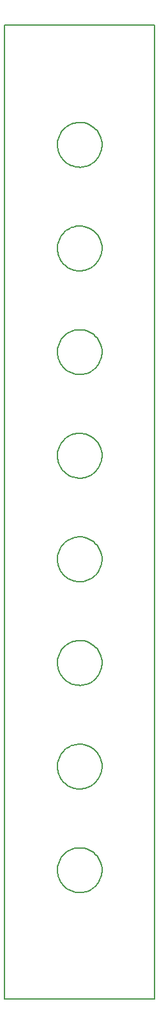
<source format=gbr>
%TF.GenerationSoftware,KiCad,Pcbnew,(5.1.6-0)*%
%TF.CreationDate,2020-10-27T20:15:33-07:00*%
%TF.ProjectId,panel_board,70616e65-6c5f-4626-9f61-72642e6b6963,rev?*%
%TF.SameCoordinates,Original*%
%TF.FileFunction,Profile,NP*%
%FSLAX46Y46*%
G04 Gerber Fmt 4.6, Leading zero omitted, Abs format (unit mm)*
G04 Created by KiCad (PCBNEW (5.1.6-0)) date 2020-10-27 20:15:33*
%MOMM*%
%LPD*%
G01*
G04 APERTURE LIST*
%TA.AperFunction,Profile*%
%ADD10C,0.200000*%
%TD*%
G04 APERTURE END LIST*
D10*
X119470698Y-32971994D02*
X119470698Y-161395284D01*
X99547402Y-32971994D02*
X119470698Y-32971994D01*
X112464363Y-48769648D02*
X112449105Y-48467484D01*
X112449105Y-48467484D02*
X112404321Y-48174049D01*
X112404321Y-48174049D02*
X112331498Y-47890828D01*
X112331498Y-47890828D02*
X112232119Y-47619307D01*
X112232119Y-47619307D02*
X112107672Y-47360971D01*
X112107672Y-47360971D02*
X111959642Y-47117305D01*
X111959642Y-47117305D02*
X111789513Y-46889795D01*
X111789513Y-46889795D02*
X111598772Y-46679927D01*
X111598772Y-46679927D02*
X111388903Y-46489186D01*
X111388903Y-46489186D02*
X111161394Y-46319057D01*
X111161394Y-46319057D02*
X110917728Y-46171027D01*
X110917728Y-46171027D02*
X110659391Y-46046580D01*
X110659391Y-46046580D02*
X110387870Y-45947201D01*
X110387870Y-45947201D02*
X110104649Y-45874378D01*
X110104649Y-45874378D02*
X109811214Y-45829594D01*
X109811214Y-45829594D02*
X109509051Y-45814337D01*
X112464363Y-76100248D02*
X112449105Y-75798084D01*
X112449105Y-75798084D02*
X112404321Y-75504649D01*
X112404321Y-75504649D02*
X112331498Y-75221428D01*
X112331498Y-75221428D02*
X112232119Y-74949907D01*
X112232119Y-74949907D02*
X112107672Y-74691571D01*
X112107672Y-74691571D02*
X111959642Y-74447905D01*
X111959642Y-74447905D02*
X111789513Y-74220395D01*
X111789513Y-74220395D02*
X111598772Y-74010527D01*
X111598772Y-74010527D02*
X111388903Y-73819786D01*
X111388903Y-73819786D02*
X111161394Y-73649657D01*
X111161394Y-73649657D02*
X110917728Y-73501627D01*
X110917728Y-73501627D02*
X110659391Y-73377180D01*
X110659391Y-73377180D02*
X110387870Y-73277801D01*
X110387870Y-73277801D02*
X110104649Y-73204978D01*
X110104649Y-73204978D02*
X109811214Y-73160194D01*
X109811214Y-73160194D02*
X109509051Y-73144937D01*
X110640000Y-78830600D02*
X110842475Y-78737687D01*
X110842475Y-78737687D02*
X111035452Y-78630975D01*
X111035452Y-78630975D02*
X111218438Y-78511199D01*
X111218438Y-78511199D02*
X111390943Y-78379096D01*
X111390943Y-78379096D02*
X111552473Y-78235402D01*
X111552473Y-78235402D02*
X111702538Y-78080852D01*
X111702538Y-78080852D02*
X111840645Y-77916183D01*
X111840645Y-77916183D02*
X111966303Y-77742131D01*
X111966303Y-77742131D02*
X112079019Y-77559431D01*
X112079019Y-77559431D02*
X112178302Y-77368821D01*
X112178302Y-77368821D02*
X112263660Y-77171036D01*
X112263660Y-77171036D02*
X112334601Y-76966812D01*
X112334601Y-76966812D02*
X112390634Y-76756885D01*
X112390634Y-76756885D02*
X112431266Y-76541991D01*
X112431266Y-76541991D02*
X112456007Y-76322867D01*
X112456007Y-76322867D02*
X112464363Y-76100248D01*
X106778699Y-88634699D02*
X106701226Y-88843569D01*
X106701226Y-88843569D02*
X106640227Y-89055481D01*
X106640227Y-89055481D02*
X106595530Y-89269567D01*
X106595530Y-89269567D02*
X106566962Y-89484957D01*
X106566962Y-89484957D02*
X106554350Y-89700783D01*
X106554350Y-89700783D02*
X106557521Y-89916178D01*
X106557521Y-89916178D02*
X106576303Y-90130273D01*
X106576303Y-90130273D02*
X106610524Y-90342200D01*
X106610524Y-90342200D02*
X106660009Y-90551090D01*
X106660009Y-90551090D02*
X106724587Y-90756076D01*
X106724587Y-90756076D02*
X106804085Y-90956289D01*
X106804085Y-90956289D02*
X106898331Y-91150860D01*
X106898331Y-91150860D02*
X107007150Y-91338922D01*
X107007150Y-91338922D02*
X107130372Y-91519606D01*
X107130372Y-91519606D02*
X107267822Y-91692045D01*
X107267822Y-91692045D02*
X107419330Y-91855369D01*
X109509051Y-86810336D02*
X109286431Y-86818691D01*
X109286431Y-86818691D02*
X109067307Y-86843432D01*
X109067307Y-86843432D02*
X108852413Y-86884064D01*
X108852413Y-86884064D02*
X108642486Y-86940097D01*
X108642486Y-86940097D02*
X108438262Y-87011038D01*
X108438262Y-87011038D02*
X108240477Y-87096396D01*
X108240477Y-87096396D02*
X108049867Y-87195679D01*
X108049867Y-87195679D02*
X107867167Y-87308396D01*
X107867167Y-87308396D02*
X107693115Y-87434053D01*
X107693115Y-87434053D02*
X107528446Y-87572160D01*
X107528446Y-87572160D02*
X107373896Y-87722225D01*
X107373896Y-87722225D02*
X107230202Y-87883755D01*
X107230202Y-87883755D02*
X107098099Y-88056260D01*
X107098099Y-88056260D02*
X106978323Y-88239246D01*
X106978323Y-88239246D02*
X106871611Y-88432223D01*
X106871611Y-88432223D02*
X106778699Y-88634699D01*
X109509051Y-73144937D02*
X109509051Y-73144937D01*
X107419330Y-146516669D02*
X107582653Y-146668175D01*
X107582653Y-146668175D02*
X107755092Y-146805626D01*
X107755092Y-146805626D02*
X107935776Y-146928847D01*
X107935776Y-146928847D02*
X108123838Y-147037667D01*
X108123838Y-147037667D02*
X108318409Y-147131912D01*
X108318409Y-147131912D02*
X108518622Y-147211410D01*
X108518622Y-147211410D02*
X108723607Y-147275988D01*
X108723607Y-147275988D02*
X108932498Y-147325474D01*
X108932498Y-147325474D02*
X109144424Y-147359694D01*
X109144424Y-147359694D02*
X109358519Y-147378476D01*
X109358519Y-147378476D02*
X109573914Y-147381648D01*
X109573914Y-147381648D02*
X109789741Y-147369036D01*
X109789741Y-147369036D02*
X110005131Y-147340468D01*
X110005131Y-147340468D02*
X110219216Y-147295771D01*
X110219216Y-147295771D02*
X110431129Y-147234772D01*
X110431129Y-147234772D02*
X110640000Y-147157300D01*
X106778699Y-143295999D02*
X106701226Y-143504869D01*
X106701226Y-143504869D02*
X106640227Y-143716781D01*
X106640227Y-143716781D02*
X106595530Y-143930867D01*
X106595530Y-143930867D02*
X106566962Y-144146257D01*
X106566962Y-144146257D02*
X106554350Y-144362083D01*
X106554350Y-144362083D02*
X106557521Y-144577478D01*
X106557521Y-144577478D02*
X106576303Y-144791573D01*
X106576303Y-144791573D02*
X106610524Y-145003500D01*
X106610524Y-145003500D02*
X106660009Y-145212390D01*
X106660009Y-145212390D02*
X106724587Y-145417376D01*
X106724587Y-145417376D02*
X106804085Y-145617589D01*
X106804085Y-145617589D02*
X106898331Y-145812160D01*
X106898331Y-145812160D02*
X107007150Y-146000222D01*
X107007150Y-146000222D02*
X107130372Y-146180906D01*
X107130372Y-146180906D02*
X107267822Y-146353345D01*
X107267822Y-146353345D02*
X107419330Y-146516669D01*
X109509051Y-141471636D02*
X109286431Y-141479991D01*
X109286431Y-141479991D02*
X109067307Y-141504732D01*
X109067307Y-141504732D02*
X108852413Y-141545364D01*
X108852413Y-141545364D02*
X108642486Y-141601397D01*
X108642486Y-141601397D02*
X108438262Y-141672338D01*
X108438262Y-141672338D02*
X108240477Y-141757696D01*
X108240477Y-141757696D02*
X108049867Y-141856979D01*
X108049867Y-141856979D02*
X107867167Y-141969696D01*
X107867167Y-141969696D02*
X107693115Y-142095353D01*
X107693115Y-142095353D02*
X107528446Y-142233460D01*
X107528446Y-142233460D02*
X107373896Y-142383525D01*
X107373896Y-142383525D02*
X107230202Y-142545055D01*
X107230202Y-142545055D02*
X107098099Y-142717560D01*
X107098099Y-142717560D02*
X106978323Y-142900546D01*
X106978323Y-142900546D02*
X106871611Y-143093523D01*
X106871611Y-143093523D02*
X106778699Y-143295999D01*
X109509051Y-127806266D02*
X109509051Y-127806266D01*
X112464363Y-130761578D02*
X112449105Y-130459414D01*
X112449105Y-130459414D02*
X112404321Y-130165979D01*
X112404321Y-130165979D02*
X112331498Y-129882758D01*
X112331498Y-129882758D02*
X112232119Y-129611237D01*
X112232119Y-129611237D02*
X112107672Y-129352901D01*
X112107672Y-129352901D02*
X111959642Y-129109235D01*
X111959642Y-129109235D02*
X111789513Y-128881725D01*
X111789513Y-128881725D02*
X111598772Y-128671857D01*
X111598772Y-128671857D02*
X111388903Y-128481115D01*
X111388903Y-128481115D02*
X111161394Y-128310987D01*
X111161394Y-128310987D02*
X110917728Y-128162956D01*
X110917728Y-128162956D02*
X110659391Y-128038509D01*
X110659391Y-128038509D02*
X110387870Y-127939131D01*
X110387870Y-127939131D02*
X110104649Y-127866307D01*
X110104649Y-127866307D02*
X109811214Y-127821523D01*
X109811214Y-127821523D02*
X109509051Y-127806266D01*
X110640000Y-133491930D02*
X110842475Y-133399017D01*
X110842475Y-133399017D02*
X111035452Y-133292305D01*
X111035452Y-133292305D02*
X111218438Y-133172529D01*
X111218438Y-133172529D02*
X111390943Y-133040426D01*
X111390943Y-133040426D02*
X111552473Y-132896732D01*
X111552473Y-132896732D02*
X111702538Y-132742182D01*
X111702538Y-132742182D02*
X111840645Y-132577513D01*
X111840645Y-132577513D02*
X111966303Y-132403461D01*
X111966303Y-132403461D02*
X112079019Y-132220761D01*
X112079019Y-132220761D02*
X112178302Y-132030151D01*
X112178302Y-132030151D02*
X112263660Y-131832366D01*
X112263660Y-131832366D02*
X112334601Y-131628142D01*
X112334601Y-131628142D02*
X112390634Y-131418215D01*
X112390634Y-131418215D02*
X112431266Y-131203321D01*
X112431266Y-131203321D02*
X112456007Y-130984197D01*
X112456007Y-130984197D02*
X112464363Y-130761578D01*
X109509051Y-114140946D02*
X109509051Y-114140946D01*
X112464363Y-117096258D02*
X112449105Y-116794094D01*
X112449105Y-116794094D02*
X112404321Y-116500659D01*
X112404321Y-116500659D02*
X112331498Y-116217438D01*
X112331498Y-116217438D02*
X112232119Y-115945917D01*
X112232119Y-115945917D02*
X112107672Y-115687581D01*
X112107672Y-115687581D02*
X111959642Y-115443915D01*
X111959642Y-115443915D02*
X111789513Y-115216405D01*
X111789513Y-115216405D02*
X111598772Y-115006537D01*
X111598772Y-115006537D02*
X111388903Y-114815795D01*
X111388903Y-114815795D02*
X111161394Y-114645667D01*
X111161394Y-114645667D02*
X110917728Y-114497636D01*
X110917728Y-114497636D02*
X110659391Y-114373189D01*
X110659391Y-114373189D02*
X110387870Y-114273811D01*
X110387870Y-114273811D02*
X110104649Y-114200987D01*
X110104649Y-114200987D02*
X109811214Y-114156203D01*
X109811214Y-114156203D02*
X109509051Y-114140946D01*
X110640000Y-119826610D02*
X110842475Y-119733697D01*
X110842475Y-119733697D02*
X111035452Y-119626985D01*
X111035452Y-119626985D02*
X111218438Y-119507209D01*
X111218438Y-119507209D02*
X111390943Y-119375106D01*
X111390943Y-119375106D02*
X111552473Y-119231412D01*
X111552473Y-119231412D02*
X111702538Y-119076862D01*
X111702538Y-119076862D02*
X111840645Y-118912193D01*
X111840645Y-118912193D02*
X111966303Y-118738141D01*
X111966303Y-118738141D02*
X112079019Y-118555441D01*
X112079019Y-118555441D02*
X112178302Y-118364831D01*
X112178302Y-118364831D02*
X112263660Y-118167046D01*
X112263660Y-118167046D02*
X112334601Y-117962822D01*
X112334601Y-117962822D02*
X112390634Y-117752895D01*
X112390634Y-117752895D02*
X112431266Y-117538001D01*
X112431266Y-117538001D02*
X112456007Y-117318877D01*
X112456007Y-117318877D02*
X112464363Y-117096258D01*
X107419330Y-119185979D02*
X107582653Y-119337485D01*
X107582653Y-119337485D02*
X107755092Y-119474936D01*
X107755092Y-119474936D02*
X107935776Y-119598157D01*
X107935776Y-119598157D02*
X108123838Y-119706977D01*
X108123838Y-119706977D02*
X108318409Y-119801222D01*
X108318409Y-119801222D02*
X108518622Y-119880720D01*
X108518622Y-119880720D02*
X108723607Y-119945298D01*
X108723607Y-119945298D02*
X108932498Y-119994784D01*
X108932498Y-119994784D02*
X109144424Y-120029004D01*
X109144424Y-120029004D02*
X109358519Y-120047786D01*
X109358519Y-120047786D02*
X109573914Y-120050958D01*
X109573914Y-120050958D02*
X109789741Y-120038346D01*
X109789741Y-120038346D02*
X110005131Y-120009778D01*
X110005131Y-120009778D02*
X110219216Y-119965081D01*
X110219216Y-119965081D02*
X110431129Y-119904082D01*
X110431129Y-119904082D02*
X110640000Y-119826610D01*
X106778699Y-115965309D02*
X106701226Y-116174179D01*
X106701226Y-116174179D02*
X106640227Y-116386091D01*
X106640227Y-116386091D02*
X106595530Y-116600177D01*
X106595530Y-116600177D02*
X106566962Y-116815567D01*
X106566962Y-116815567D02*
X106554350Y-117031393D01*
X106554350Y-117031393D02*
X106557521Y-117246788D01*
X106557521Y-117246788D02*
X106576303Y-117460883D01*
X106576303Y-117460883D02*
X106610524Y-117672810D01*
X106610524Y-117672810D02*
X106660009Y-117881700D01*
X106660009Y-117881700D02*
X106724587Y-118086686D01*
X106724587Y-118086686D02*
X106804085Y-118286899D01*
X106804085Y-118286899D02*
X106898331Y-118481470D01*
X106898331Y-118481470D02*
X107007150Y-118669532D01*
X107007150Y-118669532D02*
X107130372Y-118850216D01*
X107130372Y-118850216D02*
X107267822Y-119022655D01*
X107267822Y-119022655D02*
X107419330Y-119185979D01*
X109509051Y-114140946D02*
X109286431Y-114149301D01*
X109286431Y-114149301D02*
X109067307Y-114174042D01*
X109067307Y-114174042D02*
X108852413Y-114214674D01*
X108852413Y-114214674D02*
X108642486Y-114270707D01*
X108642486Y-114270707D02*
X108438262Y-114341648D01*
X108438262Y-114341648D02*
X108240477Y-114427006D01*
X108240477Y-114427006D02*
X108049867Y-114526289D01*
X108049867Y-114526289D02*
X107867167Y-114639006D01*
X107867167Y-114639006D02*
X107693115Y-114764663D01*
X107693115Y-114764663D02*
X107528446Y-114902770D01*
X107528446Y-114902770D02*
X107373896Y-115052835D01*
X107373896Y-115052835D02*
X107230202Y-115214365D01*
X107230202Y-115214365D02*
X107098099Y-115386870D01*
X107098099Y-115386870D02*
X106978323Y-115569856D01*
X106978323Y-115569856D02*
X106871611Y-115762833D01*
X106871611Y-115762833D02*
X106778699Y-115965309D01*
X109509051Y-100475636D02*
X109509051Y-100475636D01*
X112464363Y-103430948D02*
X112449105Y-103128784D01*
X112449105Y-103128784D02*
X112404321Y-102835349D01*
X112404321Y-102835349D02*
X112331498Y-102552128D01*
X112331498Y-102552128D02*
X112232119Y-102280607D01*
X112232119Y-102280607D02*
X112107672Y-102022271D01*
X112107672Y-102022271D02*
X111959642Y-101778605D01*
X111959642Y-101778605D02*
X111789513Y-101551095D01*
X111789513Y-101551095D02*
X111598772Y-101341227D01*
X111598772Y-101341227D02*
X111388903Y-101150485D01*
X111388903Y-101150485D02*
X111161394Y-100980357D01*
X111161394Y-100980357D02*
X110917728Y-100832326D01*
X110917728Y-100832326D02*
X110659391Y-100707879D01*
X110659391Y-100707879D02*
X110387870Y-100608501D01*
X110387870Y-100608501D02*
X110104649Y-100535677D01*
X110104649Y-100535677D02*
X109811214Y-100490893D01*
X109811214Y-100490893D02*
X109509051Y-100475636D01*
X110640000Y-106161300D02*
X110842475Y-106068387D01*
X110842475Y-106068387D02*
X111035452Y-105961675D01*
X111035452Y-105961675D02*
X111218438Y-105841899D01*
X111218438Y-105841899D02*
X111390943Y-105709796D01*
X111390943Y-105709796D02*
X111552473Y-105566102D01*
X111552473Y-105566102D02*
X111702538Y-105411552D01*
X111702538Y-105411552D02*
X111840645Y-105246883D01*
X111840645Y-105246883D02*
X111966303Y-105072831D01*
X111966303Y-105072831D02*
X112079019Y-104890131D01*
X112079019Y-104890131D02*
X112178302Y-104699521D01*
X112178302Y-104699521D02*
X112263660Y-104501736D01*
X112263660Y-104501736D02*
X112334601Y-104297512D01*
X112334601Y-104297512D02*
X112390634Y-104087585D01*
X112390634Y-104087585D02*
X112431266Y-103872691D01*
X112431266Y-103872691D02*
X112456007Y-103653567D01*
X112456007Y-103653567D02*
X112464363Y-103430948D01*
X107419330Y-105520669D02*
X107582653Y-105672175D01*
X107582653Y-105672175D02*
X107755092Y-105809626D01*
X107755092Y-105809626D02*
X107935776Y-105932847D01*
X107935776Y-105932847D02*
X108123838Y-106041667D01*
X108123838Y-106041667D02*
X108318409Y-106135912D01*
X108318409Y-106135912D02*
X108518622Y-106215410D01*
X108518622Y-106215410D02*
X108723607Y-106279988D01*
X108723607Y-106279988D02*
X108932498Y-106329474D01*
X108932498Y-106329474D02*
X109144424Y-106363694D01*
X109144424Y-106363694D02*
X109358519Y-106382476D01*
X109358519Y-106382476D02*
X109573914Y-106385648D01*
X109573914Y-106385648D02*
X109789741Y-106373036D01*
X109789741Y-106373036D02*
X110005131Y-106344468D01*
X110005131Y-106344468D02*
X110219216Y-106299771D01*
X110219216Y-106299771D02*
X110431129Y-106238772D01*
X110431129Y-106238772D02*
X110640000Y-106161300D01*
X106778699Y-102299999D02*
X106701226Y-102508869D01*
X106701226Y-102508869D02*
X106640227Y-102720781D01*
X106640227Y-102720781D02*
X106595530Y-102934867D01*
X106595530Y-102934867D02*
X106566962Y-103150257D01*
X106566962Y-103150257D02*
X106554350Y-103366083D01*
X106554350Y-103366083D02*
X106557521Y-103581478D01*
X106557521Y-103581478D02*
X106576303Y-103795573D01*
X106576303Y-103795573D02*
X106610524Y-104007500D01*
X106610524Y-104007500D02*
X106660009Y-104216390D01*
X106660009Y-104216390D02*
X106724587Y-104421376D01*
X106724587Y-104421376D02*
X106804085Y-104621589D01*
X106804085Y-104621589D02*
X106898331Y-104816160D01*
X106898331Y-104816160D02*
X107007150Y-105004222D01*
X107007150Y-105004222D02*
X107130372Y-105184906D01*
X107130372Y-105184906D02*
X107267822Y-105357345D01*
X107267822Y-105357345D02*
X107419330Y-105520669D01*
X109509051Y-100475636D02*
X109286431Y-100483991D01*
X109286431Y-100483991D02*
X109067307Y-100508732D01*
X109067307Y-100508732D02*
X108852413Y-100549364D01*
X108852413Y-100549364D02*
X108642486Y-100605397D01*
X108642486Y-100605397D02*
X108438262Y-100676338D01*
X108438262Y-100676338D02*
X108240477Y-100761696D01*
X108240477Y-100761696D02*
X108049867Y-100860979D01*
X108049867Y-100860979D02*
X107867167Y-100973696D01*
X107867167Y-100973696D02*
X107693115Y-101099353D01*
X107693115Y-101099353D02*
X107528446Y-101237460D01*
X107528446Y-101237460D02*
X107373896Y-101387525D01*
X107373896Y-101387525D02*
X107230202Y-101549055D01*
X107230202Y-101549055D02*
X107098099Y-101721560D01*
X107098099Y-101721560D02*
X106978323Y-101904546D01*
X106978323Y-101904546D02*
X106871611Y-102097523D01*
X106871611Y-102097523D02*
X106778699Y-102299999D01*
X109509051Y-86810336D02*
X109509051Y-86810336D01*
X112464363Y-89765648D02*
X112449105Y-89463484D01*
X112449105Y-89463484D02*
X112404321Y-89170049D01*
X112404321Y-89170049D02*
X112331498Y-88886828D01*
X112331498Y-88886828D02*
X112232119Y-88615307D01*
X112232119Y-88615307D02*
X112107672Y-88356971D01*
X112107672Y-88356971D02*
X111959642Y-88113305D01*
X111959642Y-88113305D02*
X111789513Y-87885795D01*
X111789513Y-87885795D02*
X111598772Y-87675927D01*
X111598772Y-87675927D02*
X111388903Y-87485185D01*
X111388903Y-87485185D02*
X111161394Y-87315057D01*
X111161394Y-87315057D02*
X110917728Y-87167026D01*
X110917728Y-87167026D02*
X110659391Y-87042579D01*
X110659391Y-87042579D02*
X110387870Y-86943201D01*
X110387870Y-86943201D02*
X110104649Y-86870377D01*
X110104649Y-86870377D02*
X109811214Y-86825593D01*
X109811214Y-86825593D02*
X109509051Y-86810336D01*
X110640000Y-92496000D02*
X110842475Y-92403087D01*
X110842475Y-92403087D02*
X111035452Y-92296375D01*
X111035452Y-92296375D02*
X111218438Y-92176599D01*
X111218438Y-92176599D02*
X111390943Y-92044496D01*
X111390943Y-92044496D02*
X111552473Y-91900802D01*
X111552473Y-91900802D02*
X111702538Y-91746252D01*
X111702538Y-91746252D02*
X111840645Y-91581583D01*
X111840645Y-91581583D02*
X111966303Y-91407531D01*
X111966303Y-91407531D02*
X112079019Y-91224831D01*
X112079019Y-91224831D02*
X112178302Y-91034221D01*
X112178302Y-91034221D02*
X112263660Y-90836436D01*
X112263660Y-90836436D02*
X112334601Y-90632212D01*
X112334601Y-90632212D02*
X112390634Y-90422285D01*
X112390634Y-90422285D02*
X112431266Y-90207391D01*
X112431266Y-90207391D02*
X112456007Y-89988267D01*
X112456007Y-89988267D02*
X112464363Y-89765648D01*
X107419330Y-91855369D02*
X107582653Y-92006875D01*
X107582653Y-92006875D02*
X107755092Y-92144326D01*
X107755092Y-92144326D02*
X107935776Y-92267547D01*
X107935776Y-92267547D02*
X108123838Y-92376367D01*
X108123838Y-92376367D02*
X108318409Y-92470612D01*
X108318409Y-92470612D02*
X108518622Y-92550110D01*
X108518622Y-92550110D02*
X108723607Y-92614688D01*
X108723607Y-92614688D02*
X108932498Y-92664174D01*
X108932498Y-92664174D02*
X109144424Y-92698394D01*
X109144424Y-92698394D02*
X109358519Y-92717176D01*
X109358519Y-92717176D02*
X109573914Y-92720348D01*
X109573914Y-92720348D02*
X109789741Y-92707736D01*
X109789741Y-92707736D02*
X110005131Y-92679168D01*
X110005131Y-92679168D02*
X110219216Y-92634471D01*
X110219216Y-92634471D02*
X110431129Y-92573472D01*
X110431129Y-92573472D02*
X110640000Y-92496000D01*
X109509051Y-141471636D02*
X109509051Y-141471636D01*
X112464363Y-144426948D02*
X112449105Y-144124784D01*
X112449105Y-144124784D02*
X112404321Y-143831349D01*
X112404321Y-143831349D02*
X112331498Y-143548128D01*
X112331498Y-143548128D02*
X112232119Y-143276607D01*
X112232119Y-143276607D02*
X112107672Y-143018271D01*
X112107672Y-143018271D02*
X111959642Y-142774605D01*
X111959642Y-142774605D02*
X111789513Y-142547095D01*
X111789513Y-142547095D02*
X111598772Y-142337227D01*
X111598772Y-142337227D02*
X111388903Y-142146485D01*
X111388903Y-142146485D02*
X111161394Y-141976357D01*
X111161394Y-141976357D02*
X110917728Y-141828326D01*
X110917728Y-141828326D02*
X110659391Y-141703879D01*
X110659391Y-141703879D02*
X110387870Y-141604501D01*
X110387870Y-141604501D02*
X110104649Y-141531677D01*
X110104649Y-141531677D02*
X109811214Y-141486893D01*
X109811214Y-141486893D02*
X109509051Y-141471636D01*
X119470698Y-161395284D02*
X99547402Y-161395284D01*
X107419330Y-50859369D02*
X107582653Y-51010875D01*
X107582653Y-51010875D02*
X107755092Y-51148326D01*
X107755092Y-51148326D02*
X107935776Y-51271547D01*
X107935776Y-51271547D02*
X108123838Y-51380367D01*
X108123838Y-51380367D02*
X108318409Y-51474612D01*
X108318409Y-51474612D02*
X108518622Y-51554110D01*
X108518622Y-51554110D02*
X108723607Y-51618688D01*
X108723607Y-51618688D02*
X108932498Y-51668174D01*
X108932498Y-51668174D02*
X109144424Y-51702394D01*
X109144424Y-51702394D02*
X109358519Y-51721176D01*
X109358519Y-51721176D02*
X109573914Y-51724348D01*
X109573914Y-51724348D02*
X109789741Y-51711736D01*
X109789741Y-51711736D02*
X110005131Y-51683168D01*
X110005131Y-51683168D02*
X110219216Y-51638471D01*
X110219216Y-51638471D02*
X110431129Y-51577472D01*
X110431129Y-51577472D02*
X110640000Y-51500000D01*
X109509051Y-59479637D02*
X109286431Y-59487992D01*
X109286431Y-59487992D02*
X109067307Y-59512733D01*
X109067307Y-59512733D02*
X108852413Y-59553365D01*
X108852413Y-59553365D02*
X108642486Y-59609398D01*
X108642486Y-59609398D02*
X108438262Y-59680339D01*
X108438262Y-59680339D02*
X108240477Y-59765697D01*
X108240477Y-59765697D02*
X108049867Y-59864980D01*
X108049867Y-59864980D02*
X107867167Y-59977696D01*
X107867167Y-59977696D02*
X107693115Y-60103353D01*
X107693115Y-60103353D02*
X107528446Y-60241460D01*
X107528446Y-60241460D02*
X107373896Y-60391525D01*
X107373896Y-60391525D02*
X107230202Y-60553055D01*
X107230202Y-60553055D02*
X107098099Y-60725560D01*
X107098099Y-60725560D02*
X106978323Y-60908546D01*
X106978323Y-60908546D02*
X106871611Y-61101523D01*
X106871611Y-61101523D02*
X106778699Y-61303999D01*
X99547402Y-161395284D02*
X99547402Y-32971994D01*
X110640000Y-147157300D02*
X110842475Y-147064387D01*
X110842475Y-147064387D02*
X111035452Y-146957675D01*
X111035452Y-146957675D02*
X111218438Y-146837899D01*
X111218438Y-146837899D02*
X111390943Y-146705796D01*
X111390943Y-146705796D02*
X111552473Y-146562102D01*
X111552473Y-146562102D02*
X111702538Y-146407552D01*
X111702538Y-146407552D02*
X111840645Y-146242883D01*
X111840645Y-146242883D02*
X111966303Y-146068831D01*
X111966303Y-146068831D02*
X112079019Y-145886131D01*
X112079019Y-145886131D02*
X112178302Y-145695521D01*
X112178302Y-145695521D02*
X112263660Y-145497736D01*
X112263660Y-145497736D02*
X112334601Y-145293512D01*
X112334601Y-145293512D02*
X112390634Y-145083585D01*
X112390634Y-145083585D02*
X112431266Y-144868691D01*
X112431266Y-144868691D02*
X112456007Y-144649567D01*
X112456007Y-144649567D02*
X112464363Y-144426948D01*
X110640000Y-65165300D02*
X110842475Y-65072387D01*
X110842475Y-65072387D02*
X111035452Y-64965675D01*
X111035452Y-64965675D02*
X111218438Y-64845899D01*
X111218438Y-64845899D02*
X111390943Y-64713796D01*
X111390943Y-64713796D02*
X111552473Y-64570102D01*
X111552473Y-64570102D02*
X111702538Y-64415552D01*
X111702538Y-64415552D02*
X111840645Y-64250883D01*
X111840645Y-64250883D02*
X111966303Y-64076831D01*
X111966303Y-64076831D02*
X112079019Y-63894131D01*
X112079019Y-63894131D02*
X112178302Y-63703521D01*
X112178302Y-63703521D02*
X112263660Y-63505736D01*
X112263660Y-63505736D02*
X112334601Y-63301512D01*
X112334601Y-63301512D02*
X112390634Y-63091585D01*
X112390634Y-63091585D02*
X112431266Y-62876691D01*
X112431266Y-62876691D02*
X112456007Y-62657567D01*
X112456007Y-62657567D02*
X112464363Y-62434948D01*
X107419330Y-64524669D02*
X107582653Y-64676175D01*
X107582653Y-64676175D02*
X107755092Y-64813626D01*
X107755092Y-64813626D02*
X107935776Y-64936847D01*
X107935776Y-64936847D02*
X108123838Y-65045667D01*
X108123838Y-65045667D02*
X108318409Y-65139912D01*
X108318409Y-65139912D02*
X108518622Y-65219410D01*
X108518622Y-65219410D02*
X108723607Y-65283988D01*
X108723607Y-65283988D02*
X108932498Y-65333474D01*
X108932498Y-65333474D02*
X109144424Y-65367694D01*
X109144424Y-65367694D02*
X109358519Y-65386476D01*
X109358519Y-65386476D02*
X109573914Y-65389648D01*
X109573914Y-65389648D02*
X109789741Y-65377036D01*
X109789741Y-65377036D02*
X110005131Y-65348468D01*
X110005131Y-65348468D02*
X110219216Y-65303771D01*
X110219216Y-65303771D02*
X110431129Y-65242772D01*
X110431129Y-65242772D02*
X110640000Y-65165300D01*
X106778699Y-61303999D02*
X106701226Y-61512869D01*
X106701226Y-61512869D02*
X106640227Y-61724781D01*
X106640227Y-61724781D02*
X106595530Y-61938867D01*
X106595530Y-61938867D02*
X106566962Y-62154257D01*
X106566962Y-62154257D02*
X106554350Y-62370083D01*
X106554350Y-62370083D02*
X106557521Y-62585478D01*
X106557521Y-62585478D02*
X106576303Y-62799573D01*
X106576303Y-62799573D02*
X106610524Y-63011500D01*
X106610524Y-63011500D02*
X106660009Y-63220390D01*
X106660009Y-63220390D02*
X106724587Y-63425376D01*
X106724587Y-63425376D02*
X106804085Y-63625589D01*
X106804085Y-63625589D02*
X106898331Y-63820160D01*
X106898331Y-63820160D02*
X107007150Y-64008222D01*
X107007150Y-64008222D02*
X107130372Y-64188906D01*
X107130372Y-64188906D02*
X107267822Y-64361345D01*
X107267822Y-64361345D02*
X107419330Y-64524669D01*
X107419330Y-132851299D02*
X107582653Y-133002805D01*
X107582653Y-133002805D02*
X107755092Y-133140256D01*
X107755092Y-133140256D02*
X107935776Y-133263477D01*
X107935776Y-133263477D02*
X108123838Y-133372297D01*
X108123838Y-133372297D02*
X108318409Y-133466542D01*
X108318409Y-133466542D02*
X108518622Y-133546040D01*
X108518622Y-133546040D02*
X108723607Y-133610618D01*
X108723607Y-133610618D02*
X108932498Y-133660104D01*
X108932498Y-133660104D02*
X109144424Y-133694324D01*
X109144424Y-133694324D02*
X109358519Y-133713106D01*
X109358519Y-133713106D02*
X109573914Y-133716278D01*
X109573914Y-133716278D02*
X109789741Y-133703666D01*
X109789741Y-133703666D02*
X110005131Y-133675098D01*
X110005131Y-133675098D02*
X110219216Y-133630401D01*
X110219216Y-133630401D02*
X110431129Y-133569402D01*
X110431129Y-133569402D02*
X110640000Y-133491930D01*
X106778699Y-129630629D02*
X106701226Y-129839499D01*
X106701226Y-129839499D02*
X106640227Y-130051411D01*
X106640227Y-130051411D02*
X106595530Y-130265497D01*
X106595530Y-130265497D02*
X106566962Y-130480887D01*
X106566962Y-130480887D02*
X106554350Y-130696713D01*
X106554350Y-130696713D02*
X106557521Y-130912108D01*
X106557521Y-130912108D02*
X106576303Y-131126203D01*
X106576303Y-131126203D02*
X106610524Y-131338130D01*
X106610524Y-131338130D02*
X106660009Y-131547020D01*
X106660009Y-131547020D02*
X106724587Y-131752006D01*
X106724587Y-131752006D02*
X106804085Y-131952219D01*
X106804085Y-131952219D02*
X106898331Y-132146790D01*
X106898331Y-132146790D02*
X107007150Y-132334852D01*
X107007150Y-132334852D02*
X107130372Y-132515536D01*
X107130372Y-132515536D02*
X107267822Y-132687975D01*
X107267822Y-132687975D02*
X107419330Y-132851299D01*
X109509051Y-127806266D02*
X109286431Y-127814621D01*
X109286431Y-127814621D02*
X109067307Y-127839362D01*
X109067307Y-127839362D02*
X108852413Y-127879994D01*
X108852413Y-127879994D02*
X108642486Y-127936027D01*
X108642486Y-127936027D02*
X108438262Y-128006968D01*
X108438262Y-128006968D02*
X108240477Y-128092326D01*
X108240477Y-128092326D02*
X108049867Y-128191609D01*
X108049867Y-128191609D02*
X107867167Y-128304326D01*
X107867167Y-128304326D02*
X107693115Y-128429983D01*
X107693115Y-128429983D02*
X107528446Y-128568090D01*
X107528446Y-128568090D02*
X107373896Y-128718155D01*
X107373896Y-128718155D02*
X107230202Y-128879685D01*
X107230202Y-128879685D02*
X107098099Y-129052190D01*
X107098099Y-129052190D02*
X106978323Y-129235176D01*
X106978323Y-129235176D02*
X106871611Y-129428153D01*
X106871611Y-129428153D02*
X106778699Y-129630629D01*
X109509051Y-45814337D02*
X109286431Y-45822692D01*
X109286431Y-45822692D02*
X109067307Y-45847433D01*
X109067307Y-45847433D02*
X108852413Y-45888065D01*
X108852413Y-45888065D02*
X108642486Y-45944098D01*
X108642486Y-45944098D02*
X108438262Y-46015039D01*
X108438262Y-46015039D02*
X108240477Y-46100397D01*
X108240477Y-46100397D02*
X108049867Y-46199680D01*
X108049867Y-46199680D02*
X107867167Y-46312396D01*
X107867167Y-46312396D02*
X107693115Y-46438053D01*
X107693115Y-46438053D02*
X107528446Y-46576160D01*
X107528446Y-46576160D02*
X107373896Y-46726225D01*
X107373896Y-46726225D02*
X107230202Y-46887755D01*
X107230202Y-46887755D02*
X107098099Y-47060260D01*
X107098099Y-47060260D02*
X106978323Y-47243246D01*
X106978323Y-47243246D02*
X106871611Y-47436223D01*
X106871611Y-47436223D02*
X106778699Y-47638699D01*
X107419330Y-78189969D02*
X107582653Y-78341475D01*
X107582653Y-78341475D02*
X107755092Y-78478926D01*
X107755092Y-78478926D02*
X107935776Y-78602147D01*
X107935776Y-78602147D02*
X108123838Y-78710967D01*
X108123838Y-78710967D02*
X108318409Y-78805212D01*
X108318409Y-78805212D02*
X108518622Y-78884710D01*
X108518622Y-78884710D02*
X108723607Y-78949288D01*
X108723607Y-78949288D02*
X108932498Y-78998774D01*
X108932498Y-78998774D02*
X109144424Y-79032994D01*
X109144424Y-79032994D02*
X109358519Y-79051776D01*
X109358519Y-79051776D02*
X109573914Y-79054948D01*
X109573914Y-79054948D02*
X109789741Y-79042336D01*
X109789741Y-79042336D02*
X110005131Y-79013768D01*
X110005131Y-79013768D02*
X110219216Y-78969071D01*
X110219216Y-78969071D02*
X110431129Y-78908072D01*
X110431129Y-78908072D02*
X110640000Y-78830600D01*
X106778699Y-74969299D02*
X106701226Y-75178169D01*
X106701226Y-75178169D02*
X106640227Y-75390081D01*
X106640227Y-75390081D02*
X106595530Y-75604167D01*
X106595530Y-75604167D02*
X106566962Y-75819557D01*
X106566962Y-75819557D02*
X106554350Y-76035383D01*
X106554350Y-76035383D02*
X106557521Y-76250778D01*
X106557521Y-76250778D02*
X106576303Y-76464873D01*
X106576303Y-76464873D02*
X106610524Y-76676800D01*
X106610524Y-76676800D02*
X106660009Y-76885690D01*
X106660009Y-76885690D02*
X106724587Y-77090676D01*
X106724587Y-77090676D02*
X106804085Y-77290889D01*
X106804085Y-77290889D02*
X106898331Y-77485460D01*
X106898331Y-77485460D02*
X107007150Y-77673522D01*
X107007150Y-77673522D02*
X107130372Y-77854206D01*
X107130372Y-77854206D02*
X107267822Y-78026645D01*
X107267822Y-78026645D02*
X107419330Y-78189969D01*
X112464363Y-62434948D02*
X112449105Y-62132784D01*
X112449105Y-62132784D02*
X112404321Y-61839349D01*
X112404321Y-61839349D02*
X112331498Y-61556128D01*
X112331498Y-61556128D02*
X112232119Y-61284607D01*
X112232119Y-61284607D02*
X112107672Y-61026271D01*
X112107672Y-61026271D02*
X111959642Y-60782605D01*
X111959642Y-60782605D02*
X111789513Y-60555095D01*
X111789513Y-60555095D02*
X111598772Y-60345227D01*
X111598772Y-60345227D02*
X111388903Y-60154486D01*
X111388903Y-60154486D02*
X111161394Y-59984357D01*
X111161394Y-59984357D02*
X110917728Y-59836327D01*
X110917728Y-59836327D02*
X110659391Y-59711880D01*
X110659391Y-59711880D02*
X110387870Y-59612501D01*
X110387870Y-59612501D02*
X110104649Y-59539678D01*
X110104649Y-59539678D02*
X109811214Y-59494894D01*
X109811214Y-59494894D02*
X109509051Y-59479637D01*
X109509051Y-45814337D02*
X109509051Y-45814337D01*
X106778699Y-47638699D02*
X106701226Y-47847569D01*
X106701226Y-47847569D02*
X106640227Y-48059481D01*
X106640227Y-48059481D02*
X106595530Y-48273567D01*
X106595530Y-48273567D02*
X106566962Y-48488957D01*
X106566962Y-48488957D02*
X106554350Y-48704783D01*
X106554350Y-48704783D02*
X106557521Y-48920178D01*
X106557521Y-48920178D02*
X106576303Y-49134273D01*
X106576303Y-49134273D02*
X106610524Y-49346200D01*
X106610524Y-49346200D02*
X106660009Y-49555090D01*
X106660009Y-49555090D02*
X106724587Y-49760076D01*
X106724587Y-49760076D02*
X106804085Y-49960289D01*
X106804085Y-49960289D02*
X106898331Y-50154860D01*
X106898331Y-50154860D02*
X107007150Y-50342922D01*
X107007150Y-50342922D02*
X107130372Y-50523606D01*
X107130372Y-50523606D02*
X107267822Y-50696045D01*
X107267822Y-50696045D02*
X107419330Y-50859369D01*
X109509051Y-73144937D02*
X109286431Y-73153292D01*
X109286431Y-73153292D02*
X109067307Y-73178033D01*
X109067307Y-73178033D02*
X108852413Y-73218665D01*
X108852413Y-73218665D02*
X108642486Y-73274698D01*
X108642486Y-73274698D02*
X108438262Y-73345639D01*
X108438262Y-73345639D02*
X108240477Y-73430997D01*
X108240477Y-73430997D02*
X108049867Y-73530280D01*
X108049867Y-73530280D02*
X107867167Y-73642996D01*
X107867167Y-73642996D02*
X107693115Y-73768653D01*
X107693115Y-73768653D02*
X107528446Y-73906760D01*
X107528446Y-73906760D02*
X107373896Y-74056825D01*
X107373896Y-74056825D02*
X107230202Y-74218355D01*
X107230202Y-74218355D02*
X107098099Y-74390860D01*
X107098099Y-74390860D02*
X106978323Y-74573846D01*
X106978323Y-74573846D02*
X106871611Y-74766823D01*
X106871611Y-74766823D02*
X106778699Y-74969299D01*
X109509051Y-59479637D02*
X109509051Y-59479637D01*
X110640000Y-51500000D02*
X110842475Y-51407087D01*
X110842475Y-51407087D02*
X111035452Y-51300375D01*
X111035452Y-51300375D02*
X111218438Y-51180599D01*
X111218438Y-51180599D02*
X111390943Y-51048496D01*
X111390943Y-51048496D02*
X111552473Y-50904802D01*
X111552473Y-50904802D02*
X111702538Y-50750252D01*
X111702538Y-50750252D02*
X111840645Y-50585583D01*
X111840645Y-50585583D02*
X111966303Y-50411531D01*
X111966303Y-50411531D02*
X112079019Y-50228831D01*
X112079019Y-50228831D02*
X112178302Y-50038221D01*
X112178302Y-50038221D02*
X112263660Y-49840436D01*
X112263660Y-49840436D02*
X112334601Y-49636212D01*
X112334601Y-49636212D02*
X112390634Y-49426285D01*
X112390634Y-49426285D02*
X112431266Y-49211391D01*
X112431266Y-49211391D02*
X112456007Y-48992267D01*
X112456007Y-48992267D02*
X112464363Y-48769648D01*
M02*

</source>
